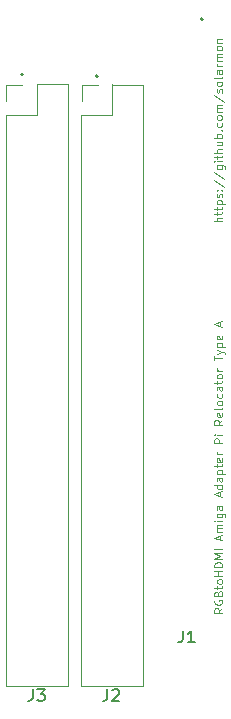
<source format=gbr>
%TF.GenerationSoftware,KiCad,Pcbnew,(5.1.9)-1*%
%TF.CreationDate,2021-04-11T18:01:07+01:00*%
%TF.ProjectId,RGBtoHDMI-Adapter Type A,52474274-6f48-4444-9d49-2d4164617074,1*%
%TF.SameCoordinates,Original*%
%TF.FileFunction,Legend,Top*%
%TF.FilePolarity,Positive*%
%FSLAX46Y46*%
G04 Gerber Fmt 4.6, Leading zero omitted, Abs format (unit mm)*
G04 Created by KiCad (PCBNEW (5.1.9)-1) date 2021-04-11 18:01:07*
%MOMM*%
%LPD*%
G01*
G04 APERTURE LIST*
%ADD10C,0.150000*%
%ADD11C,0.200000*%
%ADD12C,0.100000*%
%ADD13C,0.120000*%
G04 APERTURE END LIST*
D10*
X104441666Y-90638380D02*
X104441666Y-91352666D01*
X104394047Y-91495523D01*
X104298809Y-91590761D01*
X104155952Y-91638380D01*
X104060714Y-91638380D01*
X105441666Y-91638380D02*
X104870238Y-91638380D01*
X105155952Y-91638380D02*
X105155952Y-90638380D01*
X105060714Y-90781238D01*
X104965476Y-90876476D01*
X104870238Y-90924095D01*
D11*
X106145000Y-38862000D02*
G75*
G03*
X106145000Y-38862000I-100000J0D01*
G01*
D12*
X107784066Y-88718333D02*
X107450733Y-88951666D01*
X107784066Y-89118333D02*
X107084066Y-89118333D01*
X107084066Y-88851666D01*
X107117400Y-88785000D01*
X107150733Y-88751666D01*
X107217400Y-88718333D01*
X107317400Y-88718333D01*
X107384066Y-88751666D01*
X107417400Y-88785000D01*
X107450733Y-88851666D01*
X107450733Y-89118333D01*
X107117400Y-88051666D02*
X107084066Y-88118333D01*
X107084066Y-88218333D01*
X107117400Y-88318333D01*
X107184066Y-88385000D01*
X107250733Y-88418333D01*
X107384066Y-88451666D01*
X107484066Y-88451666D01*
X107617400Y-88418333D01*
X107684066Y-88385000D01*
X107750733Y-88318333D01*
X107784066Y-88218333D01*
X107784066Y-88151666D01*
X107750733Y-88051666D01*
X107717400Y-88018333D01*
X107484066Y-88018333D01*
X107484066Y-88151666D01*
X107417400Y-87485000D02*
X107450733Y-87385000D01*
X107484066Y-87351666D01*
X107550733Y-87318333D01*
X107650733Y-87318333D01*
X107717400Y-87351666D01*
X107750733Y-87385000D01*
X107784066Y-87451666D01*
X107784066Y-87718333D01*
X107084066Y-87718333D01*
X107084066Y-87485000D01*
X107117400Y-87418333D01*
X107150733Y-87385000D01*
X107217400Y-87351666D01*
X107284066Y-87351666D01*
X107350733Y-87385000D01*
X107384066Y-87418333D01*
X107417400Y-87485000D01*
X107417400Y-87718333D01*
X107317400Y-87118333D02*
X107317400Y-86851666D01*
X107084066Y-87018333D02*
X107684066Y-87018333D01*
X107750733Y-86985000D01*
X107784066Y-86918333D01*
X107784066Y-86851666D01*
X107784066Y-86518333D02*
X107750733Y-86585000D01*
X107717400Y-86618333D01*
X107650733Y-86651666D01*
X107450733Y-86651666D01*
X107384066Y-86618333D01*
X107350733Y-86585000D01*
X107317400Y-86518333D01*
X107317400Y-86418333D01*
X107350733Y-86351666D01*
X107384066Y-86318333D01*
X107450733Y-86285000D01*
X107650733Y-86285000D01*
X107717400Y-86318333D01*
X107750733Y-86351666D01*
X107784066Y-86418333D01*
X107784066Y-86518333D01*
X107784066Y-85985000D02*
X107084066Y-85985000D01*
X107417400Y-85985000D02*
X107417400Y-85585000D01*
X107784066Y-85585000D02*
X107084066Y-85585000D01*
X107784066Y-85251666D02*
X107084066Y-85251666D01*
X107084066Y-85085000D01*
X107117400Y-84985000D01*
X107184066Y-84918333D01*
X107250733Y-84885000D01*
X107384066Y-84851666D01*
X107484066Y-84851666D01*
X107617400Y-84885000D01*
X107684066Y-84918333D01*
X107750733Y-84985000D01*
X107784066Y-85085000D01*
X107784066Y-85251666D01*
X107784066Y-84551666D02*
X107084066Y-84551666D01*
X107584066Y-84318333D01*
X107084066Y-84085000D01*
X107784066Y-84085000D01*
X107784066Y-83751666D02*
X107084066Y-83751666D01*
X107584066Y-82918333D02*
X107584066Y-82585000D01*
X107784066Y-82985000D02*
X107084066Y-82751666D01*
X107784066Y-82518333D01*
X107784066Y-82285000D02*
X107317400Y-82285000D01*
X107384066Y-82285000D02*
X107350733Y-82251666D01*
X107317400Y-82185000D01*
X107317400Y-82085000D01*
X107350733Y-82018333D01*
X107417400Y-81985000D01*
X107784066Y-81985000D01*
X107417400Y-81985000D02*
X107350733Y-81951666D01*
X107317400Y-81885000D01*
X107317400Y-81785000D01*
X107350733Y-81718333D01*
X107417400Y-81685000D01*
X107784066Y-81685000D01*
X107784066Y-81351666D02*
X107317400Y-81351666D01*
X107084066Y-81351666D02*
X107117400Y-81385000D01*
X107150733Y-81351666D01*
X107117400Y-81318333D01*
X107084066Y-81351666D01*
X107150733Y-81351666D01*
X107317400Y-80718333D02*
X107884066Y-80718333D01*
X107950733Y-80751666D01*
X107984066Y-80785000D01*
X108017400Y-80851666D01*
X108017400Y-80951666D01*
X107984066Y-81018333D01*
X107750733Y-80718333D02*
X107784066Y-80785000D01*
X107784066Y-80918333D01*
X107750733Y-80985000D01*
X107717400Y-81018333D01*
X107650733Y-81051666D01*
X107450733Y-81051666D01*
X107384066Y-81018333D01*
X107350733Y-80985000D01*
X107317400Y-80918333D01*
X107317400Y-80785000D01*
X107350733Y-80718333D01*
X107784066Y-80085000D02*
X107417400Y-80085000D01*
X107350733Y-80118333D01*
X107317400Y-80185000D01*
X107317400Y-80318333D01*
X107350733Y-80385000D01*
X107750733Y-80085000D02*
X107784066Y-80151666D01*
X107784066Y-80318333D01*
X107750733Y-80385000D01*
X107684066Y-80418333D01*
X107617400Y-80418333D01*
X107550733Y-80385000D01*
X107517400Y-80318333D01*
X107517400Y-80151666D01*
X107484066Y-80085000D01*
X107584066Y-79251666D02*
X107584066Y-78918333D01*
X107784066Y-79318333D02*
X107084066Y-79085000D01*
X107784066Y-78851666D01*
X107784066Y-78318333D02*
X107084066Y-78318333D01*
X107750733Y-78318333D02*
X107784066Y-78385000D01*
X107784066Y-78518333D01*
X107750733Y-78585000D01*
X107717400Y-78618333D01*
X107650733Y-78651666D01*
X107450733Y-78651666D01*
X107384066Y-78618333D01*
X107350733Y-78585000D01*
X107317400Y-78518333D01*
X107317400Y-78385000D01*
X107350733Y-78318333D01*
X107784066Y-77685000D02*
X107417400Y-77685000D01*
X107350733Y-77718333D01*
X107317400Y-77785000D01*
X107317400Y-77918333D01*
X107350733Y-77985000D01*
X107750733Y-77685000D02*
X107784066Y-77751666D01*
X107784066Y-77918333D01*
X107750733Y-77985000D01*
X107684066Y-78018333D01*
X107617400Y-78018333D01*
X107550733Y-77985000D01*
X107517400Y-77918333D01*
X107517400Y-77751666D01*
X107484066Y-77685000D01*
X107317400Y-77351666D02*
X108017400Y-77351666D01*
X107350733Y-77351666D02*
X107317400Y-77285000D01*
X107317400Y-77151666D01*
X107350733Y-77085000D01*
X107384066Y-77051666D01*
X107450733Y-77018333D01*
X107650733Y-77018333D01*
X107717400Y-77051666D01*
X107750733Y-77085000D01*
X107784066Y-77151666D01*
X107784066Y-77285000D01*
X107750733Y-77351666D01*
X107317400Y-76818333D02*
X107317400Y-76551666D01*
X107084066Y-76718333D02*
X107684066Y-76718333D01*
X107750733Y-76685000D01*
X107784066Y-76618333D01*
X107784066Y-76551666D01*
X107750733Y-76051666D02*
X107784066Y-76118333D01*
X107784066Y-76251666D01*
X107750733Y-76318333D01*
X107684066Y-76351666D01*
X107417400Y-76351666D01*
X107350733Y-76318333D01*
X107317400Y-76251666D01*
X107317400Y-76118333D01*
X107350733Y-76051666D01*
X107417400Y-76018333D01*
X107484066Y-76018333D01*
X107550733Y-76351666D01*
X107784066Y-75718333D02*
X107317400Y-75718333D01*
X107450733Y-75718333D02*
X107384066Y-75685000D01*
X107350733Y-75651666D01*
X107317400Y-75585000D01*
X107317400Y-75518333D01*
X107784066Y-74751666D02*
X107084066Y-74751666D01*
X107084066Y-74485000D01*
X107117400Y-74418333D01*
X107150733Y-74385000D01*
X107217400Y-74351666D01*
X107317400Y-74351666D01*
X107384066Y-74385000D01*
X107417400Y-74418333D01*
X107450733Y-74485000D01*
X107450733Y-74751666D01*
X107784066Y-74051666D02*
X107317400Y-74051666D01*
X107084066Y-74051666D02*
X107117400Y-74085000D01*
X107150733Y-74051666D01*
X107117400Y-74018333D01*
X107084066Y-74051666D01*
X107150733Y-74051666D01*
X107784066Y-72785000D02*
X107450733Y-73018333D01*
X107784066Y-73185000D02*
X107084066Y-73185000D01*
X107084066Y-72918333D01*
X107117400Y-72851666D01*
X107150733Y-72818333D01*
X107217400Y-72785000D01*
X107317400Y-72785000D01*
X107384066Y-72818333D01*
X107417400Y-72851666D01*
X107450733Y-72918333D01*
X107450733Y-73185000D01*
X107750733Y-72218333D02*
X107784066Y-72285000D01*
X107784066Y-72418333D01*
X107750733Y-72485000D01*
X107684066Y-72518333D01*
X107417400Y-72518333D01*
X107350733Y-72485000D01*
X107317400Y-72418333D01*
X107317400Y-72285000D01*
X107350733Y-72218333D01*
X107417400Y-72185000D01*
X107484066Y-72185000D01*
X107550733Y-72518333D01*
X107784066Y-71785000D02*
X107750733Y-71851666D01*
X107684066Y-71885000D01*
X107084066Y-71885000D01*
X107784066Y-71418333D02*
X107750733Y-71485000D01*
X107717400Y-71518333D01*
X107650733Y-71551666D01*
X107450733Y-71551666D01*
X107384066Y-71518333D01*
X107350733Y-71485000D01*
X107317400Y-71418333D01*
X107317400Y-71318333D01*
X107350733Y-71251666D01*
X107384066Y-71218333D01*
X107450733Y-71185000D01*
X107650733Y-71185000D01*
X107717400Y-71218333D01*
X107750733Y-71251666D01*
X107784066Y-71318333D01*
X107784066Y-71418333D01*
X107750733Y-70585000D02*
X107784066Y-70651666D01*
X107784066Y-70785000D01*
X107750733Y-70851666D01*
X107717400Y-70885000D01*
X107650733Y-70918333D01*
X107450733Y-70918333D01*
X107384066Y-70885000D01*
X107350733Y-70851666D01*
X107317400Y-70785000D01*
X107317400Y-70651666D01*
X107350733Y-70585000D01*
X107784066Y-69985000D02*
X107417400Y-69985000D01*
X107350733Y-70018333D01*
X107317400Y-70085000D01*
X107317400Y-70218333D01*
X107350733Y-70285000D01*
X107750733Y-69985000D02*
X107784066Y-70051666D01*
X107784066Y-70218333D01*
X107750733Y-70285000D01*
X107684066Y-70318333D01*
X107617400Y-70318333D01*
X107550733Y-70285000D01*
X107517400Y-70218333D01*
X107517400Y-70051666D01*
X107484066Y-69985000D01*
X107317400Y-69751666D02*
X107317400Y-69485000D01*
X107084066Y-69651666D02*
X107684066Y-69651666D01*
X107750733Y-69618333D01*
X107784066Y-69551666D01*
X107784066Y-69485000D01*
X107784066Y-69151666D02*
X107750733Y-69218333D01*
X107717400Y-69251666D01*
X107650733Y-69285000D01*
X107450733Y-69285000D01*
X107384066Y-69251666D01*
X107350733Y-69218333D01*
X107317400Y-69151666D01*
X107317400Y-69051666D01*
X107350733Y-68985000D01*
X107384066Y-68951666D01*
X107450733Y-68918333D01*
X107650733Y-68918333D01*
X107717400Y-68951666D01*
X107750733Y-68985000D01*
X107784066Y-69051666D01*
X107784066Y-69151666D01*
X107784066Y-68618333D02*
X107317400Y-68618333D01*
X107450733Y-68618333D02*
X107384066Y-68585000D01*
X107350733Y-68551666D01*
X107317400Y-68485000D01*
X107317400Y-68418333D01*
X107084066Y-67751666D02*
X107084066Y-67351666D01*
X107784066Y-67551666D02*
X107084066Y-67551666D01*
X107317400Y-67185000D02*
X107784066Y-67018333D01*
X107317400Y-66851666D02*
X107784066Y-67018333D01*
X107950733Y-67085000D01*
X107984066Y-67118333D01*
X108017400Y-67185000D01*
X107317400Y-66585000D02*
X108017400Y-66585000D01*
X107350733Y-66585000D02*
X107317400Y-66518333D01*
X107317400Y-66385000D01*
X107350733Y-66318333D01*
X107384066Y-66285000D01*
X107450733Y-66251666D01*
X107650733Y-66251666D01*
X107717400Y-66285000D01*
X107750733Y-66318333D01*
X107784066Y-66385000D01*
X107784066Y-66518333D01*
X107750733Y-66585000D01*
X107750733Y-65685000D02*
X107784066Y-65751666D01*
X107784066Y-65885000D01*
X107750733Y-65951666D01*
X107684066Y-65985000D01*
X107417400Y-65985000D01*
X107350733Y-65951666D01*
X107317400Y-65885000D01*
X107317400Y-65751666D01*
X107350733Y-65685000D01*
X107417400Y-65651666D01*
X107484066Y-65651666D01*
X107550733Y-65985000D01*
X107584066Y-64851666D02*
X107584066Y-64518333D01*
X107784066Y-64918333D02*
X107084066Y-64685000D01*
X107784066Y-64451666D01*
D11*
X90905000Y-43561000D02*
G75*
G03*
X90905000Y-43561000I-100000J0D01*
G01*
D12*
X107758666Y-55976666D02*
X107058666Y-55976666D01*
X107758666Y-55676666D02*
X107392000Y-55676666D01*
X107325333Y-55710000D01*
X107292000Y-55776666D01*
X107292000Y-55876666D01*
X107325333Y-55943333D01*
X107358666Y-55976666D01*
X107292000Y-55443333D02*
X107292000Y-55176666D01*
X107058666Y-55343333D02*
X107658666Y-55343333D01*
X107725333Y-55310000D01*
X107758666Y-55243333D01*
X107758666Y-55176666D01*
X107292000Y-55043333D02*
X107292000Y-54776666D01*
X107058666Y-54943333D02*
X107658666Y-54943333D01*
X107725333Y-54910000D01*
X107758666Y-54843333D01*
X107758666Y-54776666D01*
X107292000Y-54543333D02*
X107992000Y-54543333D01*
X107325333Y-54543333D02*
X107292000Y-54476666D01*
X107292000Y-54343333D01*
X107325333Y-54276666D01*
X107358666Y-54243333D01*
X107425333Y-54210000D01*
X107625333Y-54210000D01*
X107692000Y-54243333D01*
X107725333Y-54276666D01*
X107758666Y-54343333D01*
X107758666Y-54476666D01*
X107725333Y-54543333D01*
X107725333Y-53943333D02*
X107758666Y-53876666D01*
X107758666Y-53743333D01*
X107725333Y-53676666D01*
X107658666Y-53643333D01*
X107625333Y-53643333D01*
X107558666Y-53676666D01*
X107525333Y-53743333D01*
X107525333Y-53843333D01*
X107492000Y-53910000D01*
X107425333Y-53943333D01*
X107392000Y-53943333D01*
X107325333Y-53910000D01*
X107292000Y-53843333D01*
X107292000Y-53743333D01*
X107325333Y-53676666D01*
X107692000Y-53343333D02*
X107725333Y-53310000D01*
X107758666Y-53343333D01*
X107725333Y-53376666D01*
X107692000Y-53343333D01*
X107758666Y-53343333D01*
X107325333Y-53343333D02*
X107358666Y-53310000D01*
X107392000Y-53343333D01*
X107358666Y-53376666D01*
X107325333Y-53343333D01*
X107392000Y-53343333D01*
X107025333Y-52510000D02*
X107925333Y-53110000D01*
X107025333Y-51776666D02*
X107925333Y-52376666D01*
X107292000Y-51243333D02*
X107858666Y-51243333D01*
X107925333Y-51276666D01*
X107958666Y-51310000D01*
X107992000Y-51376666D01*
X107992000Y-51476666D01*
X107958666Y-51543333D01*
X107725333Y-51243333D02*
X107758666Y-51310000D01*
X107758666Y-51443333D01*
X107725333Y-51510000D01*
X107692000Y-51543333D01*
X107625333Y-51576666D01*
X107425333Y-51576666D01*
X107358666Y-51543333D01*
X107325333Y-51510000D01*
X107292000Y-51443333D01*
X107292000Y-51310000D01*
X107325333Y-51243333D01*
X107758666Y-50910000D02*
X107292000Y-50910000D01*
X107058666Y-50910000D02*
X107092000Y-50943333D01*
X107125333Y-50910000D01*
X107092000Y-50876666D01*
X107058666Y-50910000D01*
X107125333Y-50910000D01*
X107292000Y-50676666D02*
X107292000Y-50410000D01*
X107058666Y-50576666D02*
X107658666Y-50576666D01*
X107725333Y-50543333D01*
X107758666Y-50476666D01*
X107758666Y-50410000D01*
X107758666Y-50176666D02*
X107058666Y-50176666D01*
X107758666Y-49876666D02*
X107392000Y-49876666D01*
X107325333Y-49910000D01*
X107292000Y-49976666D01*
X107292000Y-50076666D01*
X107325333Y-50143333D01*
X107358666Y-50176666D01*
X107292000Y-49243333D02*
X107758666Y-49243333D01*
X107292000Y-49543333D02*
X107658666Y-49543333D01*
X107725333Y-49510000D01*
X107758666Y-49443333D01*
X107758666Y-49343333D01*
X107725333Y-49276666D01*
X107692000Y-49243333D01*
X107758666Y-48910000D02*
X107058666Y-48910000D01*
X107325333Y-48910000D02*
X107292000Y-48843333D01*
X107292000Y-48710000D01*
X107325333Y-48643333D01*
X107358666Y-48610000D01*
X107425333Y-48576666D01*
X107625333Y-48576666D01*
X107692000Y-48610000D01*
X107725333Y-48643333D01*
X107758666Y-48710000D01*
X107758666Y-48843333D01*
X107725333Y-48910000D01*
X107692000Y-48276666D02*
X107725333Y-48243333D01*
X107758666Y-48276666D01*
X107725333Y-48310000D01*
X107692000Y-48276666D01*
X107758666Y-48276666D01*
X107725333Y-47643333D02*
X107758666Y-47710000D01*
X107758666Y-47843333D01*
X107725333Y-47910000D01*
X107692000Y-47943333D01*
X107625333Y-47976666D01*
X107425333Y-47976666D01*
X107358666Y-47943333D01*
X107325333Y-47910000D01*
X107292000Y-47843333D01*
X107292000Y-47710000D01*
X107325333Y-47643333D01*
X107758666Y-47243333D02*
X107725333Y-47310000D01*
X107692000Y-47343333D01*
X107625333Y-47376666D01*
X107425333Y-47376666D01*
X107358666Y-47343333D01*
X107325333Y-47310000D01*
X107292000Y-47243333D01*
X107292000Y-47143333D01*
X107325333Y-47076666D01*
X107358666Y-47043333D01*
X107425333Y-47010000D01*
X107625333Y-47010000D01*
X107692000Y-47043333D01*
X107725333Y-47076666D01*
X107758666Y-47143333D01*
X107758666Y-47243333D01*
X107758666Y-46710000D02*
X107292000Y-46710000D01*
X107358666Y-46710000D02*
X107325333Y-46676666D01*
X107292000Y-46610000D01*
X107292000Y-46510000D01*
X107325333Y-46443333D01*
X107392000Y-46410000D01*
X107758666Y-46410000D01*
X107392000Y-46410000D02*
X107325333Y-46376666D01*
X107292000Y-46310000D01*
X107292000Y-46210000D01*
X107325333Y-46143333D01*
X107392000Y-46110000D01*
X107758666Y-46110000D01*
X107025333Y-45276666D02*
X107925333Y-45876666D01*
X107725333Y-45076666D02*
X107758666Y-45010000D01*
X107758666Y-44876666D01*
X107725333Y-44810000D01*
X107658666Y-44776666D01*
X107625333Y-44776666D01*
X107558666Y-44810000D01*
X107525333Y-44876666D01*
X107525333Y-44976666D01*
X107492000Y-45043333D01*
X107425333Y-45076666D01*
X107392000Y-45076666D01*
X107325333Y-45043333D01*
X107292000Y-44976666D01*
X107292000Y-44876666D01*
X107325333Y-44810000D01*
X107758666Y-44376666D02*
X107725333Y-44443333D01*
X107692000Y-44476666D01*
X107625333Y-44510000D01*
X107425333Y-44510000D01*
X107358666Y-44476666D01*
X107325333Y-44443333D01*
X107292000Y-44376666D01*
X107292000Y-44276666D01*
X107325333Y-44210000D01*
X107358666Y-44176666D01*
X107425333Y-44143333D01*
X107625333Y-44143333D01*
X107692000Y-44176666D01*
X107725333Y-44210000D01*
X107758666Y-44276666D01*
X107758666Y-44376666D01*
X107758666Y-43743333D02*
X107725333Y-43810000D01*
X107658666Y-43843333D01*
X107058666Y-43843333D01*
X107758666Y-43176666D02*
X107392000Y-43176666D01*
X107325333Y-43210000D01*
X107292000Y-43276666D01*
X107292000Y-43410000D01*
X107325333Y-43476666D01*
X107725333Y-43176666D02*
X107758666Y-43243333D01*
X107758666Y-43410000D01*
X107725333Y-43476666D01*
X107658666Y-43510000D01*
X107592000Y-43510000D01*
X107525333Y-43476666D01*
X107492000Y-43410000D01*
X107492000Y-43243333D01*
X107458666Y-43176666D01*
X107758666Y-42843333D02*
X107292000Y-42843333D01*
X107425333Y-42843333D02*
X107358666Y-42810000D01*
X107325333Y-42776666D01*
X107292000Y-42710000D01*
X107292000Y-42643333D01*
X107758666Y-42410000D02*
X107292000Y-42410000D01*
X107358666Y-42410000D02*
X107325333Y-42376666D01*
X107292000Y-42310000D01*
X107292000Y-42210000D01*
X107325333Y-42143333D01*
X107392000Y-42110000D01*
X107758666Y-42110000D01*
X107392000Y-42110000D02*
X107325333Y-42076666D01*
X107292000Y-42010000D01*
X107292000Y-41910000D01*
X107325333Y-41843333D01*
X107392000Y-41810000D01*
X107758666Y-41810000D01*
X107758666Y-41376666D02*
X107725333Y-41443333D01*
X107692000Y-41476666D01*
X107625333Y-41510000D01*
X107425333Y-41510000D01*
X107358666Y-41476666D01*
X107325333Y-41443333D01*
X107292000Y-41376666D01*
X107292000Y-41276666D01*
X107325333Y-41210000D01*
X107358666Y-41176666D01*
X107425333Y-41143333D01*
X107625333Y-41143333D01*
X107692000Y-41176666D01*
X107725333Y-41210000D01*
X107758666Y-41276666D01*
X107758666Y-41376666D01*
X107292000Y-40843333D02*
X107758666Y-40843333D01*
X107358666Y-40843333D02*
X107325333Y-40810000D01*
X107292000Y-40743333D01*
X107292000Y-40643333D01*
X107325333Y-40576666D01*
X107392000Y-40543333D01*
X107758666Y-40543333D01*
D11*
X97255000Y-43688000D02*
G75*
G03*
X97255000Y-43688000I-100000J0D01*
G01*
D13*
%TO.C,J3*%
X89475000Y-44450000D02*
X90805000Y-44450000D01*
X89475000Y-44450000D02*
X89475000Y-45780000D01*
X92075000Y-44390000D02*
X92075000Y-46990000D01*
X89475000Y-46990000D02*
X92075000Y-46990000D01*
X94675000Y-44390000D02*
X94675000Y-95310000D01*
X89475000Y-95310000D02*
X94675000Y-95310000D01*
X89475000Y-46990000D02*
X89475000Y-95310000D01*
X92075000Y-44390000D02*
X94675000Y-44390000D01*
%TO.C,J2*%
X95885000Y-44450000D02*
X97215000Y-44450000D01*
X95885000Y-44450000D02*
X95885000Y-45780000D01*
X98425000Y-44390000D02*
X98425000Y-46990000D01*
X95825000Y-46990000D02*
X98425000Y-46990000D01*
X101025000Y-44450000D02*
X101025000Y-95310000D01*
X95825000Y-95310000D02*
X101025000Y-95310000D01*
X95825000Y-46990000D02*
X95825000Y-95310000D01*
X98425000Y-44450000D02*
X101025000Y-44450000D01*
%TO.C,J3*%
D10*
X91716266Y-95591380D02*
X91716266Y-96305666D01*
X91668647Y-96448523D01*
X91573409Y-96543761D01*
X91430552Y-96591380D01*
X91335314Y-96591380D01*
X92097219Y-95591380D02*
X92716266Y-95591380D01*
X92382933Y-95972333D01*
X92525790Y-95972333D01*
X92621028Y-96019952D01*
X92668647Y-96067571D01*
X92716266Y-96162809D01*
X92716266Y-96400904D01*
X92668647Y-96496142D01*
X92621028Y-96543761D01*
X92525790Y-96591380D01*
X92240076Y-96591380D01*
X92144838Y-96543761D01*
X92097219Y-96496142D01*
%TO.C,J2*%
X98040866Y-95591380D02*
X98040866Y-96305666D01*
X97993247Y-96448523D01*
X97898009Y-96543761D01*
X97755152Y-96591380D01*
X97659914Y-96591380D01*
X98469438Y-95686619D02*
X98517057Y-95639000D01*
X98612295Y-95591380D01*
X98850390Y-95591380D01*
X98945628Y-95639000D01*
X98993247Y-95686619D01*
X99040866Y-95781857D01*
X99040866Y-95877095D01*
X98993247Y-96019952D01*
X98421819Y-96591380D01*
X99040866Y-96591380D01*
%TD*%
M02*

</source>
